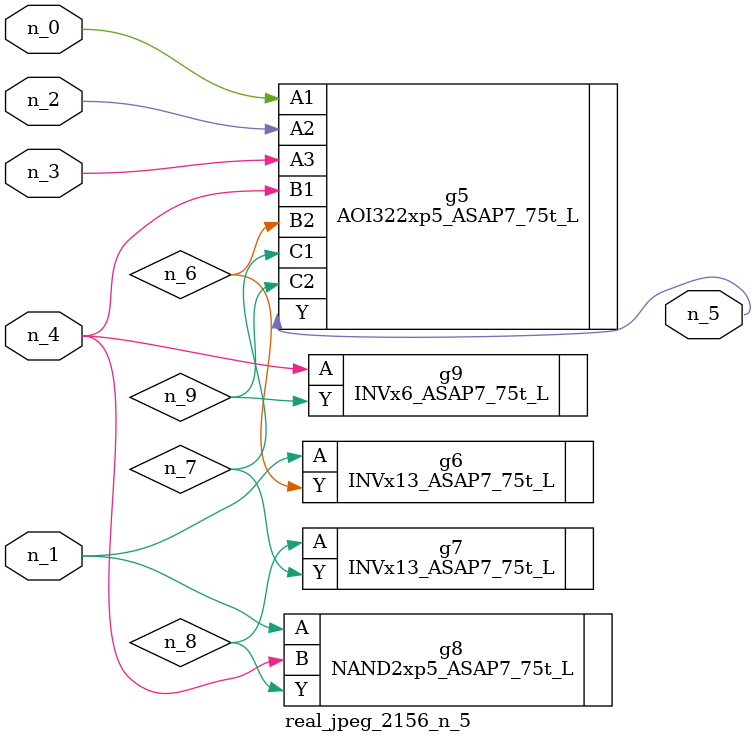
<source format=v>
module real_jpeg_2156_n_5 (n_4, n_0, n_1, n_2, n_3, n_5);

input n_4;
input n_0;
input n_1;
input n_2;
input n_3;

output n_5;

wire n_8;
wire n_6;
wire n_7;
wire n_9;

AOI322xp5_ASAP7_75t_L g5 ( 
.A1(n_0),
.A2(n_2),
.A3(n_3),
.B1(n_4),
.B2(n_6),
.C1(n_7),
.C2(n_9),
.Y(n_5)
);

INVx13_ASAP7_75t_L g6 ( 
.A(n_1),
.Y(n_6)
);

NAND2xp5_ASAP7_75t_L g8 ( 
.A(n_1),
.B(n_4),
.Y(n_8)
);

INVx6_ASAP7_75t_L g9 ( 
.A(n_4),
.Y(n_9)
);

INVx13_ASAP7_75t_L g7 ( 
.A(n_8),
.Y(n_7)
);


endmodule
</source>
